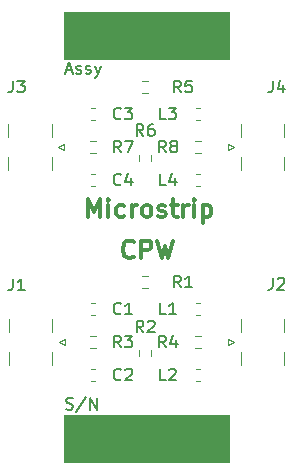
<source format=gbr>
%TF.GenerationSoftware,KiCad,Pcbnew,8.0.5-8.0.5-0~ubuntu22.04.1*%
%TF.CreationDate,2025-01-09T21:46:31-03:00*%
%TF.ProjectId,preenfasis,70726565-6e66-4617-9369-732e6b696361,v1.3*%
%TF.SameCoordinates,Original*%
%TF.FileFunction,Legend,Top*%
%TF.FilePolarity,Positive*%
%FSLAX46Y46*%
G04 Gerber Fmt 4.6, Leading zero omitted, Abs format (unit mm)*
G04 Created by KiCad (PCBNEW 8.0.5-8.0.5-0~ubuntu22.04.1) date 2025-01-09 21:46:31*
%MOMM*%
%LPD*%
G01*
G04 APERTURE LIST*
%ADD10C,0.100000*%
%ADD11C,0.300000*%
%ADD12C,0.150000*%
%ADD13C,0.120000*%
G04 APERTURE END LIST*
D10*
X105500000Y-95060000D02*
X119500000Y-95060000D01*
X119500000Y-99060000D01*
X105500000Y-99060000D01*
X105500000Y-95060000D01*
G36*
X105500000Y-95060000D02*
G01*
X119500000Y-95060000D01*
X119500000Y-99060000D01*
X105500000Y-99060000D01*
X105500000Y-95060000D01*
G37*
X105500000Y-60960000D02*
X119500000Y-60960000D01*
X119500000Y-64960000D01*
X105500000Y-64960000D01*
X105500000Y-60960000D01*
G36*
X105500000Y-60960000D02*
G01*
X119500000Y-60960000D01*
X119500000Y-64960000D01*
X105500000Y-64960000D01*
X105500000Y-60960000D01*
G37*
D11*
X111411653Y-81657971D02*
X111340225Y-81729400D01*
X111340225Y-81729400D02*
X111125939Y-81800828D01*
X111125939Y-81800828D02*
X110983082Y-81800828D01*
X110983082Y-81800828D02*
X110768796Y-81729400D01*
X110768796Y-81729400D02*
X110625939Y-81586542D01*
X110625939Y-81586542D02*
X110554510Y-81443685D01*
X110554510Y-81443685D02*
X110483082Y-81157971D01*
X110483082Y-81157971D02*
X110483082Y-80943685D01*
X110483082Y-80943685D02*
X110554510Y-80657971D01*
X110554510Y-80657971D02*
X110625939Y-80515114D01*
X110625939Y-80515114D02*
X110768796Y-80372257D01*
X110768796Y-80372257D02*
X110983082Y-80300828D01*
X110983082Y-80300828D02*
X111125939Y-80300828D01*
X111125939Y-80300828D02*
X111340225Y-80372257D01*
X111340225Y-80372257D02*
X111411653Y-80443685D01*
X112054510Y-81800828D02*
X112054510Y-80300828D01*
X112054510Y-80300828D02*
X112625939Y-80300828D01*
X112625939Y-80300828D02*
X112768796Y-80372257D01*
X112768796Y-80372257D02*
X112840225Y-80443685D01*
X112840225Y-80443685D02*
X112911653Y-80586542D01*
X112911653Y-80586542D02*
X112911653Y-80800828D01*
X112911653Y-80800828D02*
X112840225Y-80943685D01*
X112840225Y-80943685D02*
X112768796Y-81015114D01*
X112768796Y-81015114D02*
X112625939Y-81086542D01*
X112625939Y-81086542D02*
X112054510Y-81086542D01*
X113411653Y-80300828D02*
X113768796Y-81800828D01*
X113768796Y-81800828D02*
X114054510Y-80729400D01*
X114054510Y-80729400D02*
X114340225Y-81800828D01*
X114340225Y-81800828D02*
X114697368Y-80300828D01*
D12*
X105699160Y-65878104D02*
X106175350Y-65878104D01*
X105603922Y-66163819D02*
X105937255Y-65163819D01*
X105937255Y-65163819D02*
X106270588Y-66163819D01*
X106556303Y-66116200D02*
X106651541Y-66163819D01*
X106651541Y-66163819D02*
X106842017Y-66163819D01*
X106842017Y-66163819D02*
X106937255Y-66116200D01*
X106937255Y-66116200D02*
X106984874Y-66020961D01*
X106984874Y-66020961D02*
X106984874Y-65973342D01*
X106984874Y-65973342D02*
X106937255Y-65878104D01*
X106937255Y-65878104D02*
X106842017Y-65830485D01*
X106842017Y-65830485D02*
X106699160Y-65830485D01*
X106699160Y-65830485D02*
X106603922Y-65782866D01*
X106603922Y-65782866D02*
X106556303Y-65687628D01*
X106556303Y-65687628D02*
X106556303Y-65640009D01*
X106556303Y-65640009D02*
X106603922Y-65544771D01*
X106603922Y-65544771D02*
X106699160Y-65497152D01*
X106699160Y-65497152D02*
X106842017Y-65497152D01*
X106842017Y-65497152D02*
X106937255Y-65544771D01*
X107365827Y-66116200D02*
X107461065Y-66163819D01*
X107461065Y-66163819D02*
X107651541Y-66163819D01*
X107651541Y-66163819D02*
X107746779Y-66116200D01*
X107746779Y-66116200D02*
X107794398Y-66020961D01*
X107794398Y-66020961D02*
X107794398Y-65973342D01*
X107794398Y-65973342D02*
X107746779Y-65878104D01*
X107746779Y-65878104D02*
X107651541Y-65830485D01*
X107651541Y-65830485D02*
X107508684Y-65830485D01*
X107508684Y-65830485D02*
X107413446Y-65782866D01*
X107413446Y-65782866D02*
X107365827Y-65687628D01*
X107365827Y-65687628D02*
X107365827Y-65640009D01*
X107365827Y-65640009D02*
X107413446Y-65544771D01*
X107413446Y-65544771D02*
X107508684Y-65497152D01*
X107508684Y-65497152D02*
X107651541Y-65497152D01*
X107651541Y-65497152D02*
X107746779Y-65544771D01*
X108127732Y-65497152D02*
X108365827Y-66163819D01*
X108603922Y-65497152D02*
X108365827Y-66163819D01*
X108365827Y-66163819D02*
X108270589Y-66401914D01*
X108270589Y-66401914D02*
X108222970Y-66449533D01*
X108222970Y-66449533D02*
X108127732Y-66497152D01*
X105699160Y-94564200D02*
X105842017Y-94611819D01*
X105842017Y-94611819D02*
X106080112Y-94611819D01*
X106080112Y-94611819D02*
X106175350Y-94564200D01*
X106175350Y-94564200D02*
X106222969Y-94516580D01*
X106222969Y-94516580D02*
X106270588Y-94421342D01*
X106270588Y-94421342D02*
X106270588Y-94326104D01*
X106270588Y-94326104D02*
X106222969Y-94230866D01*
X106222969Y-94230866D02*
X106175350Y-94183247D01*
X106175350Y-94183247D02*
X106080112Y-94135628D01*
X106080112Y-94135628D02*
X105889636Y-94088009D01*
X105889636Y-94088009D02*
X105794398Y-94040390D01*
X105794398Y-94040390D02*
X105746779Y-93992771D01*
X105746779Y-93992771D02*
X105699160Y-93897533D01*
X105699160Y-93897533D02*
X105699160Y-93802295D01*
X105699160Y-93802295D02*
X105746779Y-93707057D01*
X105746779Y-93707057D02*
X105794398Y-93659438D01*
X105794398Y-93659438D02*
X105889636Y-93611819D01*
X105889636Y-93611819D02*
X106127731Y-93611819D01*
X106127731Y-93611819D02*
X106270588Y-93659438D01*
X107413445Y-93564200D02*
X106556303Y-94849914D01*
X107746779Y-94611819D02*
X107746779Y-93611819D01*
X107746779Y-93611819D02*
X108318207Y-94611819D01*
X108318207Y-94611819D02*
X108318207Y-93611819D01*
D11*
X107554510Y-78300828D02*
X107554510Y-76800828D01*
X107554510Y-76800828D02*
X108054510Y-77872257D01*
X108054510Y-77872257D02*
X108554510Y-76800828D01*
X108554510Y-76800828D02*
X108554510Y-78300828D01*
X109268796Y-78300828D02*
X109268796Y-77300828D01*
X109268796Y-76800828D02*
X109197368Y-76872257D01*
X109197368Y-76872257D02*
X109268796Y-76943685D01*
X109268796Y-76943685D02*
X109340225Y-76872257D01*
X109340225Y-76872257D02*
X109268796Y-76800828D01*
X109268796Y-76800828D02*
X109268796Y-76943685D01*
X110625940Y-78229400D02*
X110483082Y-78300828D01*
X110483082Y-78300828D02*
X110197368Y-78300828D01*
X110197368Y-78300828D02*
X110054511Y-78229400D01*
X110054511Y-78229400D02*
X109983082Y-78157971D01*
X109983082Y-78157971D02*
X109911654Y-78015114D01*
X109911654Y-78015114D02*
X109911654Y-77586542D01*
X109911654Y-77586542D02*
X109983082Y-77443685D01*
X109983082Y-77443685D02*
X110054511Y-77372257D01*
X110054511Y-77372257D02*
X110197368Y-77300828D01*
X110197368Y-77300828D02*
X110483082Y-77300828D01*
X110483082Y-77300828D02*
X110625940Y-77372257D01*
X111268796Y-78300828D02*
X111268796Y-77300828D01*
X111268796Y-77586542D02*
X111340225Y-77443685D01*
X111340225Y-77443685D02*
X111411654Y-77372257D01*
X111411654Y-77372257D02*
X111554511Y-77300828D01*
X111554511Y-77300828D02*
X111697368Y-77300828D01*
X112411653Y-78300828D02*
X112268796Y-78229400D01*
X112268796Y-78229400D02*
X112197367Y-78157971D01*
X112197367Y-78157971D02*
X112125939Y-78015114D01*
X112125939Y-78015114D02*
X112125939Y-77586542D01*
X112125939Y-77586542D02*
X112197367Y-77443685D01*
X112197367Y-77443685D02*
X112268796Y-77372257D01*
X112268796Y-77372257D02*
X112411653Y-77300828D01*
X112411653Y-77300828D02*
X112625939Y-77300828D01*
X112625939Y-77300828D02*
X112768796Y-77372257D01*
X112768796Y-77372257D02*
X112840225Y-77443685D01*
X112840225Y-77443685D02*
X112911653Y-77586542D01*
X112911653Y-77586542D02*
X112911653Y-78015114D01*
X112911653Y-78015114D02*
X112840225Y-78157971D01*
X112840225Y-78157971D02*
X112768796Y-78229400D01*
X112768796Y-78229400D02*
X112625939Y-78300828D01*
X112625939Y-78300828D02*
X112411653Y-78300828D01*
X113483082Y-78229400D02*
X113625939Y-78300828D01*
X113625939Y-78300828D02*
X113911653Y-78300828D01*
X113911653Y-78300828D02*
X114054510Y-78229400D01*
X114054510Y-78229400D02*
X114125939Y-78086542D01*
X114125939Y-78086542D02*
X114125939Y-78015114D01*
X114125939Y-78015114D02*
X114054510Y-77872257D01*
X114054510Y-77872257D02*
X113911653Y-77800828D01*
X113911653Y-77800828D02*
X113697368Y-77800828D01*
X113697368Y-77800828D02*
X113554510Y-77729400D01*
X113554510Y-77729400D02*
X113483082Y-77586542D01*
X113483082Y-77586542D02*
X113483082Y-77515114D01*
X113483082Y-77515114D02*
X113554510Y-77372257D01*
X113554510Y-77372257D02*
X113697368Y-77300828D01*
X113697368Y-77300828D02*
X113911653Y-77300828D01*
X113911653Y-77300828D02*
X114054510Y-77372257D01*
X114554511Y-77300828D02*
X115125939Y-77300828D01*
X114768796Y-76800828D02*
X114768796Y-78086542D01*
X114768796Y-78086542D02*
X114840225Y-78229400D01*
X114840225Y-78229400D02*
X114983082Y-78300828D01*
X114983082Y-78300828D02*
X115125939Y-78300828D01*
X115625939Y-78300828D02*
X115625939Y-77300828D01*
X115625939Y-77586542D02*
X115697368Y-77443685D01*
X115697368Y-77443685D02*
X115768797Y-77372257D01*
X115768797Y-77372257D02*
X115911654Y-77300828D01*
X115911654Y-77300828D02*
X116054511Y-77300828D01*
X116554510Y-78300828D02*
X116554510Y-77300828D01*
X116554510Y-76800828D02*
X116483082Y-76872257D01*
X116483082Y-76872257D02*
X116554510Y-76943685D01*
X116554510Y-76943685D02*
X116625939Y-76872257D01*
X116625939Y-76872257D02*
X116554510Y-76800828D01*
X116554510Y-76800828D02*
X116554510Y-76943685D01*
X117268796Y-77300828D02*
X117268796Y-78800828D01*
X117268796Y-77372257D02*
X117411654Y-77300828D01*
X117411654Y-77300828D02*
X117697368Y-77300828D01*
X117697368Y-77300828D02*
X117840225Y-77372257D01*
X117840225Y-77372257D02*
X117911654Y-77443685D01*
X117911654Y-77443685D02*
X117983082Y-77586542D01*
X117983082Y-77586542D02*
X117983082Y-78015114D01*
X117983082Y-78015114D02*
X117911654Y-78157971D01*
X117911654Y-78157971D02*
X117840225Y-78229400D01*
X117840225Y-78229400D02*
X117697368Y-78300828D01*
X117697368Y-78300828D02*
X117411654Y-78300828D01*
X117411654Y-78300828D02*
X117268796Y-78229400D01*
D12*
X114133333Y-92148819D02*
X113657143Y-92148819D01*
X113657143Y-92148819D02*
X113657143Y-91148819D01*
X114419048Y-91244057D02*
X114466667Y-91196438D01*
X114466667Y-91196438D02*
X114561905Y-91148819D01*
X114561905Y-91148819D02*
X114800000Y-91148819D01*
X114800000Y-91148819D02*
X114895238Y-91196438D01*
X114895238Y-91196438D02*
X114942857Y-91244057D01*
X114942857Y-91244057D02*
X114990476Y-91339295D01*
X114990476Y-91339295D02*
X114990476Y-91434533D01*
X114990476Y-91434533D02*
X114942857Y-91577390D01*
X114942857Y-91577390D02*
X114371429Y-92148819D01*
X114371429Y-92148819D02*
X114990476Y-92148819D01*
X110323333Y-72844819D02*
X109990000Y-72368628D01*
X109751905Y-72844819D02*
X109751905Y-71844819D01*
X109751905Y-71844819D02*
X110132857Y-71844819D01*
X110132857Y-71844819D02*
X110228095Y-71892438D01*
X110228095Y-71892438D02*
X110275714Y-71940057D01*
X110275714Y-71940057D02*
X110323333Y-72035295D01*
X110323333Y-72035295D02*
X110323333Y-72178152D01*
X110323333Y-72178152D02*
X110275714Y-72273390D01*
X110275714Y-72273390D02*
X110228095Y-72321009D01*
X110228095Y-72321009D02*
X110132857Y-72368628D01*
X110132857Y-72368628D02*
X109751905Y-72368628D01*
X110656667Y-71844819D02*
X111323333Y-71844819D01*
X111323333Y-71844819D02*
X110894762Y-72844819D01*
X114133333Y-86560819D02*
X113657143Y-86560819D01*
X113657143Y-86560819D02*
X113657143Y-85560819D01*
X114990476Y-86560819D02*
X114419048Y-86560819D01*
X114704762Y-86560819D02*
X114704762Y-85560819D01*
X114704762Y-85560819D02*
X114609524Y-85703676D01*
X114609524Y-85703676D02*
X114514286Y-85798914D01*
X114514286Y-85798914D02*
X114419048Y-85846533D01*
X114133333Y-72844819D02*
X113800000Y-72368628D01*
X113561905Y-72844819D02*
X113561905Y-71844819D01*
X113561905Y-71844819D02*
X113942857Y-71844819D01*
X113942857Y-71844819D02*
X114038095Y-71892438D01*
X114038095Y-71892438D02*
X114085714Y-71940057D01*
X114085714Y-71940057D02*
X114133333Y-72035295D01*
X114133333Y-72035295D02*
X114133333Y-72178152D01*
X114133333Y-72178152D02*
X114085714Y-72273390D01*
X114085714Y-72273390D02*
X114038095Y-72321009D01*
X114038095Y-72321009D02*
X113942857Y-72368628D01*
X113942857Y-72368628D02*
X113561905Y-72368628D01*
X114704762Y-72273390D02*
X114609524Y-72225771D01*
X114609524Y-72225771D02*
X114561905Y-72178152D01*
X114561905Y-72178152D02*
X114514286Y-72082914D01*
X114514286Y-72082914D02*
X114514286Y-72035295D01*
X114514286Y-72035295D02*
X114561905Y-71940057D01*
X114561905Y-71940057D02*
X114609524Y-71892438D01*
X114609524Y-71892438D02*
X114704762Y-71844819D01*
X114704762Y-71844819D02*
X114895238Y-71844819D01*
X114895238Y-71844819D02*
X114990476Y-71892438D01*
X114990476Y-71892438D02*
X115038095Y-71940057D01*
X115038095Y-71940057D02*
X115085714Y-72035295D01*
X115085714Y-72035295D02*
X115085714Y-72082914D01*
X115085714Y-72082914D02*
X115038095Y-72178152D01*
X115038095Y-72178152D02*
X114990476Y-72225771D01*
X114990476Y-72225771D02*
X114895238Y-72273390D01*
X114895238Y-72273390D02*
X114704762Y-72273390D01*
X114704762Y-72273390D02*
X114609524Y-72321009D01*
X114609524Y-72321009D02*
X114561905Y-72368628D01*
X114561905Y-72368628D02*
X114514286Y-72463866D01*
X114514286Y-72463866D02*
X114514286Y-72654342D01*
X114514286Y-72654342D02*
X114561905Y-72749580D01*
X114561905Y-72749580D02*
X114609524Y-72797200D01*
X114609524Y-72797200D02*
X114704762Y-72844819D01*
X114704762Y-72844819D02*
X114895238Y-72844819D01*
X114895238Y-72844819D02*
X114990476Y-72797200D01*
X114990476Y-72797200D02*
X115038095Y-72749580D01*
X115038095Y-72749580D02*
X115085714Y-72654342D01*
X115085714Y-72654342D02*
X115085714Y-72463866D01*
X115085714Y-72463866D02*
X115038095Y-72368628D01*
X115038095Y-72368628D02*
X114990476Y-72321009D01*
X114990476Y-72321009D02*
X114895238Y-72273390D01*
X114133333Y-89354819D02*
X113800000Y-88878628D01*
X113561905Y-89354819D02*
X113561905Y-88354819D01*
X113561905Y-88354819D02*
X113942857Y-88354819D01*
X113942857Y-88354819D02*
X114038095Y-88402438D01*
X114038095Y-88402438D02*
X114085714Y-88450057D01*
X114085714Y-88450057D02*
X114133333Y-88545295D01*
X114133333Y-88545295D02*
X114133333Y-88688152D01*
X114133333Y-88688152D02*
X114085714Y-88783390D01*
X114085714Y-88783390D02*
X114038095Y-88831009D01*
X114038095Y-88831009D02*
X113942857Y-88878628D01*
X113942857Y-88878628D02*
X113561905Y-88878628D01*
X114990476Y-88688152D02*
X114990476Y-89354819D01*
X114752381Y-88307200D02*
X114514286Y-89021485D01*
X114514286Y-89021485D02*
X115133333Y-89021485D01*
X112228333Y-88084819D02*
X111895000Y-87608628D01*
X111656905Y-88084819D02*
X111656905Y-87084819D01*
X111656905Y-87084819D02*
X112037857Y-87084819D01*
X112037857Y-87084819D02*
X112133095Y-87132438D01*
X112133095Y-87132438D02*
X112180714Y-87180057D01*
X112180714Y-87180057D02*
X112228333Y-87275295D01*
X112228333Y-87275295D02*
X112228333Y-87418152D01*
X112228333Y-87418152D02*
X112180714Y-87513390D01*
X112180714Y-87513390D02*
X112133095Y-87561009D01*
X112133095Y-87561009D02*
X112037857Y-87608628D01*
X112037857Y-87608628D02*
X111656905Y-87608628D01*
X112609286Y-87180057D02*
X112656905Y-87132438D01*
X112656905Y-87132438D02*
X112752143Y-87084819D01*
X112752143Y-87084819D02*
X112990238Y-87084819D01*
X112990238Y-87084819D02*
X113085476Y-87132438D01*
X113085476Y-87132438D02*
X113133095Y-87180057D01*
X113133095Y-87180057D02*
X113180714Y-87275295D01*
X113180714Y-87275295D02*
X113180714Y-87370533D01*
X113180714Y-87370533D02*
X113133095Y-87513390D01*
X113133095Y-87513390D02*
X112561667Y-88084819D01*
X112561667Y-88084819D02*
X113180714Y-88084819D01*
X101166666Y-66764819D02*
X101166666Y-67479104D01*
X101166666Y-67479104D02*
X101119047Y-67621961D01*
X101119047Y-67621961D02*
X101023809Y-67717200D01*
X101023809Y-67717200D02*
X100880952Y-67764819D01*
X100880952Y-67764819D02*
X100785714Y-67764819D01*
X101547619Y-66764819D02*
X102166666Y-66764819D01*
X102166666Y-66764819D02*
X101833333Y-67145771D01*
X101833333Y-67145771D02*
X101976190Y-67145771D01*
X101976190Y-67145771D02*
X102071428Y-67193390D01*
X102071428Y-67193390D02*
X102119047Y-67241009D01*
X102119047Y-67241009D02*
X102166666Y-67336247D01*
X102166666Y-67336247D02*
X102166666Y-67574342D01*
X102166666Y-67574342D02*
X102119047Y-67669580D01*
X102119047Y-67669580D02*
X102071428Y-67717200D01*
X102071428Y-67717200D02*
X101976190Y-67764819D01*
X101976190Y-67764819D02*
X101690476Y-67764819D01*
X101690476Y-67764819D02*
X101595238Y-67717200D01*
X101595238Y-67717200D02*
X101547619Y-67669580D01*
X110323333Y-92053580D02*
X110275714Y-92101200D01*
X110275714Y-92101200D02*
X110132857Y-92148819D01*
X110132857Y-92148819D02*
X110037619Y-92148819D01*
X110037619Y-92148819D02*
X109894762Y-92101200D01*
X109894762Y-92101200D02*
X109799524Y-92005961D01*
X109799524Y-92005961D02*
X109751905Y-91910723D01*
X109751905Y-91910723D02*
X109704286Y-91720247D01*
X109704286Y-91720247D02*
X109704286Y-91577390D01*
X109704286Y-91577390D02*
X109751905Y-91386914D01*
X109751905Y-91386914D02*
X109799524Y-91291676D01*
X109799524Y-91291676D02*
X109894762Y-91196438D01*
X109894762Y-91196438D02*
X110037619Y-91148819D01*
X110037619Y-91148819D02*
X110132857Y-91148819D01*
X110132857Y-91148819D02*
X110275714Y-91196438D01*
X110275714Y-91196438D02*
X110323333Y-91244057D01*
X110704286Y-91244057D02*
X110751905Y-91196438D01*
X110751905Y-91196438D02*
X110847143Y-91148819D01*
X110847143Y-91148819D02*
X111085238Y-91148819D01*
X111085238Y-91148819D02*
X111180476Y-91196438D01*
X111180476Y-91196438D02*
X111228095Y-91244057D01*
X111228095Y-91244057D02*
X111275714Y-91339295D01*
X111275714Y-91339295D02*
X111275714Y-91434533D01*
X111275714Y-91434533D02*
X111228095Y-91577390D01*
X111228095Y-91577390D02*
X110656667Y-92148819D01*
X110656667Y-92148819D02*
X111275714Y-92148819D01*
X115403333Y-84274819D02*
X115070000Y-83798628D01*
X114831905Y-84274819D02*
X114831905Y-83274819D01*
X114831905Y-83274819D02*
X115212857Y-83274819D01*
X115212857Y-83274819D02*
X115308095Y-83322438D01*
X115308095Y-83322438D02*
X115355714Y-83370057D01*
X115355714Y-83370057D02*
X115403333Y-83465295D01*
X115403333Y-83465295D02*
X115403333Y-83608152D01*
X115403333Y-83608152D02*
X115355714Y-83703390D01*
X115355714Y-83703390D02*
X115308095Y-83751009D01*
X115308095Y-83751009D02*
X115212857Y-83798628D01*
X115212857Y-83798628D02*
X114831905Y-83798628D01*
X116355714Y-84274819D02*
X115784286Y-84274819D01*
X116070000Y-84274819D02*
X116070000Y-83274819D01*
X116070000Y-83274819D02*
X115974762Y-83417676D01*
X115974762Y-83417676D02*
X115879524Y-83512914D01*
X115879524Y-83512914D02*
X115784286Y-83560533D01*
X110323333Y-86465580D02*
X110275714Y-86513200D01*
X110275714Y-86513200D02*
X110132857Y-86560819D01*
X110132857Y-86560819D02*
X110037619Y-86560819D01*
X110037619Y-86560819D02*
X109894762Y-86513200D01*
X109894762Y-86513200D02*
X109799524Y-86417961D01*
X109799524Y-86417961D02*
X109751905Y-86322723D01*
X109751905Y-86322723D02*
X109704286Y-86132247D01*
X109704286Y-86132247D02*
X109704286Y-85989390D01*
X109704286Y-85989390D02*
X109751905Y-85798914D01*
X109751905Y-85798914D02*
X109799524Y-85703676D01*
X109799524Y-85703676D02*
X109894762Y-85608438D01*
X109894762Y-85608438D02*
X110037619Y-85560819D01*
X110037619Y-85560819D02*
X110132857Y-85560819D01*
X110132857Y-85560819D02*
X110275714Y-85608438D01*
X110275714Y-85608438D02*
X110323333Y-85656057D01*
X111275714Y-86560819D02*
X110704286Y-86560819D01*
X110990000Y-86560819D02*
X110990000Y-85560819D01*
X110990000Y-85560819D02*
X110894762Y-85703676D01*
X110894762Y-85703676D02*
X110799524Y-85798914D01*
X110799524Y-85798914D02*
X110704286Y-85846533D01*
X110323333Y-69955580D02*
X110275714Y-70003200D01*
X110275714Y-70003200D02*
X110132857Y-70050819D01*
X110132857Y-70050819D02*
X110037619Y-70050819D01*
X110037619Y-70050819D02*
X109894762Y-70003200D01*
X109894762Y-70003200D02*
X109799524Y-69907961D01*
X109799524Y-69907961D02*
X109751905Y-69812723D01*
X109751905Y-69812723D02*
X109704286Y-69622247D01*
X109704286Y-69622247D02*
X109704286Y-69479390D01*
X109704286Y-69479390D02*
X109751905Y-69288914D01*
X109751905Y-69288914D02*
X109799524Y-69193676D01*
X109799524Y-69193676D02*
X109894762Y-69098438D01*
X109894762Y-69098438D02*
X110037619Y-69050819D01*
X110037619Y-69050819D02*
X110132857Y-69050819D01*
X110132857Y-69050819D02*
X110275714Y-69098438D01*
X110275714Y-69098438D02*
X110323333Y-69146057D01*
X110656667Y-69050819D02*
X111275714Y-69050819D01*
X111275714Y-69050819D02*
X110942381Y-69431771D01*
X110942381Y-69431771D02*
X111085238Y-69431771D01*
X111085238Y-69431771D02*
X111180476Y-69479390D01*
X111180476Y-69479390D02*
X111228095Y-69527009D01*
X111228095Y-69527009D02*
X111275714Y-69622247D01*
X111275714Y-69622247D02*
X111275714Y-69860342D01*
X111275714Y-69860342D02*
X111228095Y-69955580D01*
X111228095Y-69955580D02*
X111180476Y-70003200D01*
X111180476Y-70003200D02*
X111085238Y-70050819D01*
X111085238Y-70050819D02*
X110799524Y-70050819D01*
X110799524Y-70050819D02*
X110704286Y-70003200D01*
X110704286Y-70003200D02*
X110656667Y-69955580D01*
X114133333Y-70050819D02*
X113657143Y-70050819D01*
X113657143Y-70050819D02*
X113657143Y-69050819D01*
X114371429Y-69050819D02*
X114990476Y-69050819D01*
X114990476Y-69050819D02*
X114657143Y-69431771D01*
X114657143Y-69431771D02*
X114800000Y-69431771D01*
X114800000Y-69431771D02*
X114895238Y-69479390D01*
X114895238Y-69479390D02*
X114942857Y-69527009D01*
X114942857Y-69527009D02*
X114990476Y-69622247D01*
X114990476Y-69622247D02*
X114990476Y-69860342D01*
X114990476Y-69860342D02*
X114942857Y-69955580D01*
X114942857Y-69955580D02*
X114895238Y-70003200D01*
X114895238Y-70003200D02*
X114800000Y-70050819D01*
X114800000Y-70050819D02*
X114514286Y-70050819D01*
X114514286Y-70050819D02*
X114419048Y-70003200D01*
X114419048Y-70003200D02*
X114371429Y-69955580D01*
X115403333Y-67764819D02*
X115070000Y-67288628D01*
X114831905Y-67764819D02*
X114831905Y-66764819D01*
X114831905Y-66764819D02*
X115212857Y-66764819D01*
X115212857Y-66764819D02*
X115308095Y-66812438D01*
X115308095Y-66812438D02*
X115355714Y-66860057D01*
X115355714Y-66860057D02*
X115403333Y-66955295D01*
X115403333Y-66955295D02*
X115403333Y-67098152D01*
X115403333Y-67098152D02*
X115355714Y-67193390D01*
X115355714Y-67193390D02*
X115308095Y-67241009D01*
X115308095Y-67241009D02*
X115212857Y-67288628D01*
X115212857Y-67288628D02*
X114831905Y-67288628D01*
X116308095Y-66764819D02*
X115831905Y-66764819D01*
X115831905Y-66764819D02*
X115784286Y-67241009D01*
X115784286Y-67241009D02*
X115831905Y-67193390D01*
X115831905Y-67193390D02*
X115927143Y-67145771D01*
X115927143Y-67145771D02*
X116165238Y-67145771D01*
X116165238Y-67145771D02*
X116260476Y-67193390D01*
X116260476Y-67193390D02*
X116308095Y-67241009D01*
X116308095Y-67241009D02*
X116355714Y-67336247D01*
X116355714Y-67336247D02*
X116355714Y-67574342D01*
X116355714Y-67574342D02*
X116308095Y-67669580D01*
X116308095Y-67669580D02*
X116260476Y-67717200D01*
X116260476Y-67717200D02*
X116165238Y-67764819D01*
X116165238Y-67764819D02*
X115927143Y-67764819D01*
X115927143Y-67764819D02*
X115831905Y-67717200D01*
X115831905Y-67717200D02*
X115784286Y-67669580D01*
X123166666Y-83454819D02*
X123166666Y-84169104D01*
X123166666Y-84169104D02*
X123119047Y-84311961D01*
X123119047Y-84311961D02*
X123023809Y-84407200D01*
X123023809Y-84407200D02*
X122880952Y-84454819D01*
X122880952Y-84454819D02*
X122785714Y-84454819D01*
X123595238Y-83550057D02*
X123642857Y-83502438D01*
X123642857Y-83502438D02*
X123738095Y-83454819D01*
X123738095Y-83454819D02*
X123976190Y-83454819D01*
X123976190Y-83454819D02*
X124071428Y-83502438D01*
X124071428Y-83502438D02*
X124119047Y-83550057D01*
X124119047Y-83550057D02*
X124166666Y-83645295D01*
X124166666Y-83645295D02*
X124166666Y-83740533D01*
X124166666Y-83740533D02*
X124119047Y-83883390D01*
X124119047Y-83883390D02*
X123547619Y-84454819D01*
X123547619Y-84454819D02*
X124166666Y-84454819D01*
X112228333Y-71447819D02*
X111895000Y-70971628D01*
X111656905Y-71447819D02*
X111656905Y-70447819D01*
X111656905Y-70447819D02*
X112037857Y-70447819D01*
X112037857Y-70447819D02*
X112133095Y-70495438D01*
X112133095Y-70495438D02*
X112180714Y-70543057D01*
X112180714Y-70543057D02*
X112228333Y-70638295D01*
X112228333Y-70638295D02*
X112228333Y-70781152D01*
X112228333Y-70781152D02*
X112180714Y-70876390D01*
X112180714Y-70876390D02*
X112133095Y-70924009D01*
X112133095Y-70924009D02*
X112037857Y-70971628D01*
X112037857Y-70971628D02*
X111656905Y-70971628D01*
X113085476Y-70447819D02*
X112895000Y-70447819D01*
X112895000Y-70447819D02*
X112799762Y-70495438D01*
X112799762Y-70495438D02*
X112752143Y-70543057D01*
X112752143Y-70543057D02*
X112656905Y-70685914D01*
X112656905Y-70685914D02*
X112609286Y-70876390D01*
X112609286Y-70876390D02*
X112609286Y-71257342D01*
X112609286Y-71257342D02*
X112656905Y-71352580D01*
X112656905Y-71352580D02*
X112704524Y-71400200D01*
X112704524Y-71400200D02*
X112799762Y-71447819D01*
X112799762Y-71447819D02*
X112990238Y-71447819D01*
X112990238Y-71447819D02*
X113085476Y-71400200D01*
X113085476Y-71400200D02*
X113133095Y-71352580D01*
X113133095Y-71352580D02*
X113180714Y-71257342D01*
X113180714Y-71257342D02*
X113180714Y-71019247D01*
X113180714Y-71019247D02*
X113133095Y-70924009D01*
X113133095Y-70924009D02*
X113085476Y-70876390D01*
X113085476Y-70876390D02*
X112990238Y-70828771D01*
X112990238Y-70828771D02*
X112799762Y-70828771D01*
X112799762Y-70828771D02*
X112704524Y-70876390D01*
X112704524Y-70876390D02*
X112656905Y-70924009D01*
X112656905Y-70924009D02*
X112609286Y-71019247D01*
X123166666Y-66764819D02*
X123166666Y-67479104D01*
X123166666Y-67479104D02*
X123119047Y-67621961D01*
X123119047Y-67621961D02*
X123023809Y-67717200D01*
X123023809Y-67717200D02*
X122880952Y-67764819D01*
X122880952Y-67764819D02*
X122785714Y-67764819D01*
X124071428Y-67098152D02*
X124071428Y-67764819D01*
X123833333Y-66717200D02*
X123595238Y-67431485D01*
X123595238Y-67431485D02*
X124214285Y-67431485D01*
X101166666Y-83528819D02*
X101166666Y-84243104D01*
X101166666Y-84243104D02*
X101119047Y-84385961D01*
X101119047Y-84385961D02*
X101023809Y-84481200D01*
X101023809Y-84481200D02*
X100880952Y-84528819D01*
X100880952Y-84528819D02*
X100785714Y-84528819D01*
X102166666Y-84528819D02*
X101595238Y-84528819D01*
X101880952Y-84528819D02*
X101880952Y-83528819D01*
X101880952Y-83528819D02*
X101785714Y-83671676D01*
X101785714Y-83671676D02*
X101690476Y-83766914D01*
X101690476Y-83766914D02*
X101595238Y-83814533D01*
X110323333Y-75543580D02*
X110275714Y-75591200D01*
X110275714Y-75591200D02*
X110132857Y-75638819D01*
X110132857Y-75638819D02*
X110037619Y-75638819D01*
X110037619Y-75638819D02*
X109894762Y-75591200D01*
X109894762Y-75591200D02*
X109799524Y-75495961D01*
X109799524Y-75495961D02*
X109751905Y-75400723D01*
X109751905Y-75400723D02*
X109704286Y-75210247D01*
X109704286Y-75210247D02*
X109704286Y-75067390D01*
X109704286Y-75067390D02*
X109751905Y-74876914D01*
X109751905Y-74876914D02*
X109799524Y-74781676D01*
X109799524Y-74781676D02*
X109894762Y-74686438D01*
X109894762Y-74686438D02*
X110037619Y-74638819D01*
X110037619Y-74638819D02*
X110132857Y-74638819D01*
X110132857Y-74638819D02*
X110275714Y-74686438D01*
X110275714Y-74686438D02*
X110323333Y-74734057D01*
X111180476Y-74972152D02*
X111180476Y-75638819D01*
X110942381Y-74591200D02*
X110704286Y-75305485D01*
X110704286Y-75305485D02*
X111323333Y-75305485D01*
X110323333Y-89354819D02*
X109990000Y-88878628D01*
X109751905Y-89354819D02*
X109751905Y-88354819D01*
X109751905Y-88354819D02*
X110132857Y-88354819D01*
X110132857Y-88354819D02*
X110228095Y-88402438D01*
X110228095Y-88402438D02*
X110275714Y-88450057D01*
X110275714Y-88450057D02*
X110323333Y-88545295D01*
X110323333Y-88545295D02*
X110323333Y-88688152D01*
X110323333Y-88688152D02*
X110275714Y-88783390D01*
X110275714Y-88783390D02*
X110228095Y-88831009D01*
X110228095Y-88831009D02*
X110132857Y-88878628D01*
X110132857Y-88878628D02*
X109751905Y-88878628D01*
X110656667Y-88354819D02*
X111275714Y-88354819D01*
X111275714Y-88354819D02*
X110942381Y-88735771D01*
X110942381Y-88735771D02*
X111085238Y-88735771D01*
X111085238Y-88735771D02*
X111180476Y-88783390D01*
X111180476Y-88783390D02*
X111228095Y-88831009D01*
X111228095Y-88831009D02*
X111275714Y-88926247D01*
X111275714Y-88926247D02*
X111275714Y-89164342D01*
X111275714Y-89164342D02*
X111228095Y-89259580D01*
X111228095Y-89259580D02*
X111180476Y-89307200D01*
X111180476Y-89307200D02*
X111085238Y-89354819D01*
X111085238Y-89354819D02*
X110799524Y-89354819D01*
X110799524Y-89354819D02*
X110704286Y-89307200D01*
X110704286Y-89307200D02*
X110656667Y-89259580D01*
X114133333Y-75638819D02*
X113657143Y-75638819D01*
X113657143Y-75638819D02*
X113657143Y-74638819D01*
X114895238Y-74972152D02*
X114895238Y-75638819D01*
X114657143Y-74591200D02*
X114419048Y-75305485D01*
X114419048Y-75305485D02*
X115038095Y-75305485D01*
D13*
%TO.C,L2*%
X116668733Y-91184000D02*
X117011267Y-91184000D01*
X116668733Y-92204000D02*
X117011267Y-92204000D01*
%TO.C,R7*%
X107695276Y-71867500D02*
X108204724Y-71867500D01*
X107695276Y-72912500D02*
X108204724Y-72912500D01*
%TO.C,L1*%
X116668733Y-85596000D02*
X117011267Y-85596000D01*
X116668733Y-86616000D02*
X117011267Y-86616000D01*
%TO.C,R8*%
X116585276Y-71867500D02*
X117094724Y-71867500D01*
X116585276Y-72912500D02*
X117094724Y-72912500D01*
%TO.C,R4*%
X116585276Y-88377500D02*
X117094724Y-88377500D01*
X116585276Y-89422500D02*
X117094724Y-89422500D01*
%TO.C,R2*%
X111872500Y-89557776D02*
X111872500Y-90067224D01*
X112917500Y-89557776D02*
X112917500Y-90067224D01*
%TO.C,J3*%
X100743000Y-70440000D02*
X100743000Y-71550000D01*
X100743000Y-73230000D02*
X100743000Y-74340000D01*
X104453000Y-70440000D02*
X104453000Y-71550000D01*
X104453000Y-73230000D02*
X104453000Y-74340000D01*
X105003000Y-72390000D02*
X105503000Y-72640000D01*
X105503000Y-72140000D02*
X105003000Y-72390000D01*
X105503000Y-72640000D02*
X105503000Y-72140000D01*
%TO.C,C2*%
X107803733Y-91184000D02*
X108096267Y-91184000D01*
X107803733Y-92204000D02*
X108096267Y-92204000D01*
%TO.C,R1*%
X112140276Y-83297500D02*
X112649724Y-83297500D01*
X112140276Y-84342500D02*
X112649724Y-84342500D01*
%TO.C,C1*%
X107803733Y-85596000D02*
X108096267Y-85596000D01*
X107803733Y-86616000D02*
X108096267Y-86616000D01*
%TO.C,C3*%
X107803733Y-69086000D02*
X108096267Y-69086000D01*
X107803733Y-70106000D02*
X108096267Y-70106000D01*
%TO.C,L3*%
X116668733Y-69086000D02*
X117011267Y-69086000D01*
X116668733Y-70106000D02*
X117011267Y-70106000D01*
%TO.C,R5*%
X112140276Y-66787500D02*
X112649724Y-66787500D01*
X112140276Y-67832500D02*
X112649724Y-67832500D01*
%TO.C,J2*%
X119414000Y-88650000D02*
X119414000Y-89150000D01*
X119414000Y-89150000D02*
X119914000Y-88900000D01*
X119914000Y-88900000D02*
X119414000Y-88650000D01*
X120464000Y-88060000D02*
X120464000Y-86950000D01*
X120464000Y-90850000D02*
X120464000Y-89740000D01*
X124174000Y-88060000D02*
X124174000Y-86950000D01*
X124174000Y-90850000D02*
X124174000Y-89740000D01*
%TO.C,R6*%
X111872500Y-73047776D02*
X111872500Y-73557224D01*
X112917500Y-73047776D02*
X112917500Y-73557224D01*
%TO.C,J4*%
X119414000Y-72140000D02*
X119414000Y-72640000D01*
X119414000Y-72640000D02*
X119914000Y-72390000D01*
X119914000Y-72390000D02*
X119414000Y-72140000D01*
X120464000Y-71550000D02*
X120464000Y-70440000D01*
X120464000Y-74340000D02*
X120464000Y-73230000D01*
X124174000Y-71550000D02*
X124174000Y-70440000D01*
X124174000Y-74340000D02*
X124174000Y-73230000D01*
%TO.C,J1*%
X100816000Y-86950000D02*
X100816000Y-88060000D01*
X100816000Y-89740000D02*
X100816000Y-90850000D01*
X104526000Y-86950000D02*
X104526000Y-88060000D01*
X104526000Y-89740000D02*
X104526000Y-90850000D01*
X105076000Y-88900000D02*
X105576000Y-89150000D01*
X105576000Y-88650000D02*
X105076000Y-88900000D01*
X105576000Y-89150000D02*
X105576000Y-88650000D01*
%TO.C,C4*%
X107803733Y-74674000D02*
X108096267Y-74674000D01*
X107803733Y-75694000D02*
X108096267Y-75694000D01*
%TO.C,R3*%
X107695276Y-88377500D02*
X108204724Y-88377500D01*
X107695276Y-89422500D02*
X108204724Y-89422500D01*
%TO.C,L4*%
X116668733Y-74674000D02*
X117011267Y-74674000D01*
X116668733Y-75694000D02*
X117011267Y-75694000D01*
%TD*%
M02*

</source>
